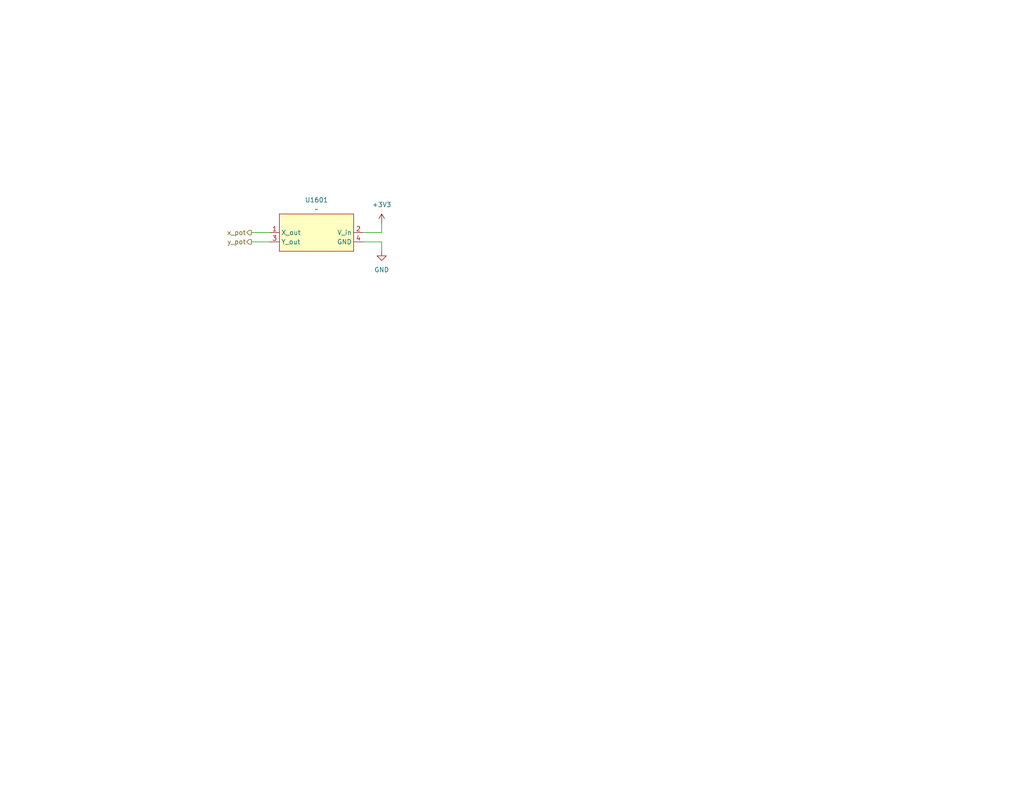
<source format=kicad_sch>
(kicad_sch (version 20250114) (generator "eeschema") (generator_version "9.0")
  (paper "USLetter")
  (lib_symbols
    (symbol "osdb:COM-09426"
      (property "Reference" "U" (at -10.16 6.35 0))
      (symbol "COM-09426_1_1"
        (rectangle (start -10.16 5.08) (end 10.16 -5.08) (fill (type background)))
        (pin output line (at -12.7 0 0) (length 2.54) (name "X_out") (number "1"))
        (pin output line (at -12.7 -2.54 0) (length 2.54) (name "Y_out") (number "3"))
        (pin power_in line (at 12.7 0 180) (length 2.54) (name "V_in") (number "2"))
        (pin power_in line (at 12.7 -2.54 180) (length 2.54) (name "GND") (number "4"))
      )
    )
    (symbol "power:+3V3" (power) (pin_numbers (hide yes)) (pin_names (offset 0) (hide yes))
      (property "Value" "+3V3" (at 0 3.556 0))
      (symbol "+3V3_0_1"
        (polyline (pts (xy -0.762 1.27) (xy 0 2.54)))
        (polyline (pts (xy 0 2.54) (xy 0.762 1.27)))
        (polyline (pts (xy 0 0) (xy 0 2.54)))
      )
      (symbol "+3V3_1_1"
        (pin power_in line (at 0 0 90) (length 0) (name "~") (number "1"))
      )
    )
    (symbol "power:GND" (power) (pin_numbers (hide yes)) (pin_names (offset 0) (hide yes))
      (property "Value" "GND" (at 0 -3.81 0))
      (symbol "GND_0_1"
        (polyline (pts (xy 0 0) (xy 0 -1.27) (xy 1.27 -1.27) (xy 0 -2.54) (xy -1.27 -1.27) (xy 0 -1.27)))
      )
      (symbol "GND_1_1"
        (pin power_in line (at 0 0 270) (length 0) (name "~") (number "1"))
      )
    )
  )
  (wire (pts (xy 104.14 63.5) (xy 104.14 60.96)))
  (wire (pts (xy 99.06 63.5) (xy 104.14 63.5)))
  (wire (pts (xy 104.14 66.04) (xy 99.06 66.04)))
  (wire (pts (xy 68.58 63.5) (xy 73.66 63.5)))
  (wire (pts (xy 104.14 68.58) (xy 104.14 66.04)))
  (wire (pts (xy 68.58 66.04) (xy 73.66 66.04)))
  (hierarchical_label "y_pot" (shape output) (at 68.58 66.04 180))
  (hierarchical_label "x_pot" (shape output) (at 68.58 63.5 180))
  (symbol (lib_id "osdb:COM-09426") (at 86.36 63.5 0) (unit 1)
    (property "Reference" "U1501" (at 86.36 54.61 0))
    (property "Value" "~" (at 86.36 57.15 0))
    (property "Footprint" "osdb:COM-09426" (effects (hide yes)))
    (instances (project "" (path "" (reference "U1601") (unit 1)) (path "" (reference "U1501") (unit 1))))
  )
  (symbol (lib_id "power:+3V3") (at 104.14 60.96 0) (unit 1)
    (property "Reference" "#PWR01501" (effects (hide yes)))
    (property "Value" "+3V3" (at 104.14 55.88 0))
    (property "Description" "Power symbol creates a global label with name \"+3V3\"" (effects (hide yes)))
    (instances (project "" (path "" (reference "#PWR01601") (unit 1)) (path "" (reference "#PWR01501") (unit 1))))
  )
  (symbol (lib_id "power:GND") (at 104.14 68.58 0) (unit 1)
    (property "Reference" "#PWR01502" (effects (hide yes)))
    (property "Value" "GND" (at 104.14 73.66 0))
    (property "Description" "Power symbol creates a global label with name \"GND\" , ground" (effects (hide yes)))
    (instances (project "" (path "" (reference "#PWR01602") (unit 1)) (path "" (reference "#PWR01502") (unit 1))))
  )
)
</source>
